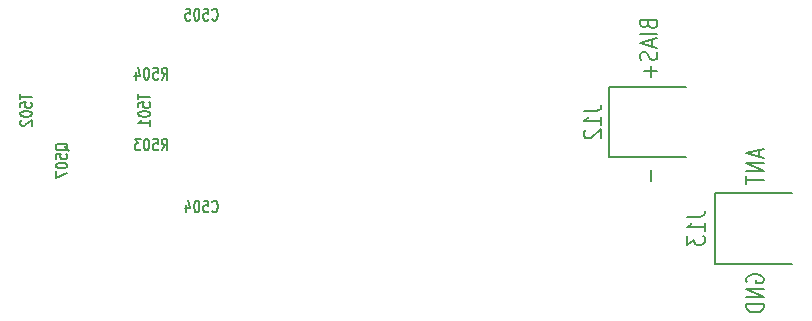
<source format=gbo>
G04 (created by PCBNEW (2013-mar-25)-stable) date Friday, August 07, 2015 11:50:23 AM*
%MOIN*%
G04 Gerber Fmt 3.4, Leading zero omitted, Abs format*
%FSLAX34Y34*%
G01*
G70*
G90*
G04 APERTURE LIST*
%ADD10C,0.006*%
%ADD11C,0.00787402*%
%ADD12C,0.00590551*%
G04 APERTURE END LIST*
G54D10*
G54D11*
X77966Y-29150D02*
X77966Y-29510D01*
X77882Y-24299D02*
X77910Y-24367D01*
X77938Y-24389D01*
X77994Y-24412D01*
X78079Y-24412D01*
X78135Y-24389D01*
X78163Y-24367D01*
X78191Y-24322D01*
X78191Y-24142D01*
X77601Y-24142D01*
X77601Y-24299D01*
X77629Y-24344D01*
X77657Y-24367D01*
X77713Y-24389D01*
X77769Y-24389D01*
X77826Y-24367D01*
X77854Y-24344D01*
X77882Y-24299D01*
X77882Y-24142D01*
X78191Y-24614D02*
X77601Y-24614D01*
X78023Y-24817D02*
X78023Y-25042D01*
X78191Y-24772D02*
X77601Y-24929D01*
X78191Y-25087D01*
X78163Y-25222D02*
X78191Y-25289D01*
X78191Y-25402D01*
X78163Y-25447D01*
X78135Y-25469D01*
X78079Y-25492D01*
X78023Y-25492D01*
X77966Y-25469D01*
X77938Y-25447D01*
X77910Y-25402D01*
X77882Y-25312D01*
X77854Y-25267D01*
X77826Y-25244D01*
X77769Y-25222D01*
X77713Y-25222D01*
X77657Y-25244D01*
X77629Y-25267D01*
X77601Y-25312D01*
X77601Y-25424D01*
X77629Y-25492D01*
X77966Y-25694D02*
X77966Y-26054D01*
X78191Y-25874D02*
X77741Y-25874D01*
X81172Y-32907D02*
X81144Y-32862D01*
X81144Y-32795D01*
X81172Y-32727D01*
X81228Y-32682D01*
X81285Y-32660D01*
X81397Y-32637D01*
X81482Y-32637D01*
X81594Y-32660D01*
X81650Y-32682D01*
X81706Y-32727D01*
X81735Y-32795D01*
X81735Y-32840D01*
X81706Y-32907D01*
X81678Y-32930D01*
X81482Y-32930D01*
X81482Y-32840D01*
X81735Y-33132D02*
X81144Y-33132D01*
X81735Y-33402D01*
X81144Y-33402D01*
X81735Y-33627D02*
X81144Y-33627D01*
X81144Y-33740D01*
X81172Y-33807D01*
X81228Y-33852D01*
X81285Y-33875D01*
X81397Y-33897D01*
X81482Y-33897D01*
X81594Y-33875D01*
X81650Y-33852D01*
X81706Y-33807D01*
X81735Y-33740D01*
X81735Y-33627D01*
X81566Y-28495D02*
X81566Y-28720D01*
X81735Y-28450D02*
X81144Y-28607D01*
X81735Y-28765D01*
X81735Y-28922D02*
X81144Y-28922D01*
X81735Y-29192D01*
X81144Y-29192D01*
X81144Y-29350D02*
X81144Y-29620D01*
X81735Y-29485D02*
X81144Y-29485D01*
X82677Y-29921D02*
X80118Y-29921D01*
X80118Y-29921D02*
X80118Y-32283D01*
X80118Y-32283D02*
X82677Y-32283D01*
X79133Y-26377D02*
X76574Y-26377D01*
X76574Y-26377D02*
X76574Y-28740D01*
X76574Y-28740D02*
X79133Y-28740D01*
X79176Y-30719D02*
X79597Y-30719D01*
X79682Y-30697D01*
X79738Y-30652D01*
X79766Y-30584D01*
X79766Y-30539D01*
X79766Y-31192D02*
X79766Y-30922D01*
X79766Y-31057D02*
X79176Y-31057D01*
X79260Y-31012D01*
X79316Y-30967D01*
X79344Y-30922D01*
X79176Y-31349D02*
X79176Y-31642D01*
X79401Y-31484D01*
X79401Y-31552D01*
X79429Y-31597D01*
X79457Y-31619D01*
X79513Y-31642D01*
X79654Y-31642D01*
X79710Y-31619D01*
X79738Y-31597D01*
X79766Y-31552D01*
X79766Y-31417D01*
X79738Y-31372D01*
X79710Y-31349D01*
X75731Y-27176D02*
X76152Y-27176D01*
X76237Y-27154D01*
X76293Y-27109D01*
X76321Y-27041D01*
X76321Y-26996D01*
X76321Y-27649D02*
X76321Y-27379D01*
X76321Y-27514D02*
X75731Y-27514D01*
X75815Y-27469D01*
X75871Y-27424D01*
X75899Y-27379D01*
X75787Y-27829D02*
X75759Y-27851D01*
X75731Y-27896D01*
X75731Y-28008D01*
X75759Y-28053D01*
X75787Y-28076D01*
X75843Y-28098D01*
X75899Y-28098D01*
X75984Y-28076D01*
X76321Y-27806D01*
X76321Y-28098D01*
G54D12*
X61671Y-28505D02*
X61776Y-28318D01*
X61851Y-28505D02*
X61851Y-28112D01*
X61731Y-28112D01*
X61701Y-28130D01*
X61686Y-28149D01*
X61671Y-28187D01*
X61671Y-28243D01*
X61686Y-28280D01*
X61701Y-28299D01*
X61731Y-28318D01*
X61851Y-28318D01*
X61386Y-28112D02*
X61536Y-28112D01*
X61551Y-28299D01*
X61536Y-28280D01*
X61506Y-28262D01*
X61431Y-28262D01*
X61401Y-28280D01*
X61386Y-28299D01*
X61371Y-28337D01*
X61371Y-28430D01*
X61386Y-28468D01*
X61401Y-28487D01*
X61431Y-28505D01*
X61506Y-28505D01*
X61536Y-28487D01*
X61551Y-28468D01*
X61176Y-28112D02*
X61146Y-28112D01*
X61116Y-28130D01*
X61101Y-28149D01*
X61086Y-28187D01*
X61071Y-28262D01*
X61071Y-28355D01*
X61086Y-28430D01*
X61101Y-28468D01*
X61116Y-28487D01*
X61146Y-28505D01*
X61176Y-28505D01*
X61206Y-28487D01*
X61221Y-28468D01*
X61236Y-28430D01*
X61251Y-28355D01*
X61251Y-28262D01*
X61236Y-28187D01*
X61221Y-28149D01*
X61206Y-28130D01*
X61176Y-28112D01*
X60966Y-28112D02*
X60771Y-28112D01*
X60876Y-28262D01*
X60831Y-28262D01*
X60801Y-28280D01*
X60786Y-28299D01*
X60771Y-28337D01*
X60771Y-28430D01*
X60786Y-28468D01*
X60801Y-28487D01*
X60831Y-28505D01*
X60921Y-28505D01*
X60951Y-28487D01*
X60966Y-28468D01*
X61671Y-26143D02*
X61776Y-25956D01*
X61851Y-26143D02*
X61851Y-25749D01*
X61731Y-25749D01*
X61701Y-25768D01*
X61686Y-25787D01*
X61671Y-25824D01*
X61671Y-25881D01*
X61686Y-25918D01*
X61701Y-25937D01*
X61731Y-25956D01*
X61851Y-25956D01*
X61386Y-25749D02*
X61536Y-25749D01*
X61551Y-25937D01*
X61536Y-25918D01*
X61506Y-25899D01*
X61431Y-25899D01*
X61401Y-25918D01*
X61386Y-25937D01*
X61371Y-25974D01*
X61371Y-26068D01*
X61386Y-26106D01*
X61401Y-26124D01*
X61431Y-26143D01*
X61506Y-26143D01*
X61536Y-26124D01*
X61551Y-26106D01*
X61176Y-25749D02*
X61146Y-25749D01*
X61116Y-25768D01*
X61101Y-25787D01*
X61086Y-25824D01*
X61071Y-25899D01*
X61071Y-25993D01*
X61086Y-26068D01*
X61101Y-26106D01*
X61116Y-26124D01*
X61146Y-26143D01*
X61176Y-26143D01*
X61206Y-26124D01*
X61221Y-26106D01*
X61236Y-26068D01*
X61251Y-25993D01*
X61251Y-25899D01*
X61236Y-25824D01*
X61221Y-25787D01*
X61206Y-25768D01*
X61176Y-25749D01*
X60801Y-25881D02*
X60801Y-26143D01*
X60876Y-25731D02*
X60951Y-26012D01*
X60756Y-26012D01*
X63344Y-24137D02*
X63359Y-24156D01*
X63404Y-24175D01*
X63434Y-24175D01*
X63479Y-24156D01*
X63509Y-24118D01*
X63524Y-24081D01*
X63539Y-24006D01*
X63539Y-23950D01*
X63524Y-23875D01*
X63509Y-23837D01*
X63479Y-23800D01*
X63434Y-23781D01*
X63404Y-23781D01*
X63359Y-23800D01*
X63344Y-23818D01*
X63059Y-23781D02*
X63209Y-23781D01*
X63224Y-23968D01*
X63209Y-23950D01*
X63179Y-23931D01*
X63104Y-23931D01*
X63074Y-23950D01*
X63059Y-23968D01*
X63044Y-24006D01*
X63044Y-24100D01*
X63059Y-24137D01*
X63074Y-24156D01*
X63104Y-24175D01*
X63179Y-24175D01*
X63209Y-24156D01*
X63224Y-24137D01*
X62849Y-23781D02*
X62819Y-23781D01*
X62789Y-23800D01*
X62774Y-23818D01*
X62759Y-23856D01*
X62744Y-23931D01*
X62744Y-24025D01*
X62759Y-24100D01*
X62774Y-24137D01*
X62789Y-24156D01*
X62819Y-24175D01*
X62849Y-24175D01*
X62879Y-24156D01*
X62894Y-24137D01*
X62909Y-24100D01*
X62924Y-24025D01*
X62924Y-23931D01*
X62909Y-23856D01*
X62894Y-23818D01*
X62879Y-23800D01*
X62849Y-23781D01*
X62459Y-23781D02*
X62609Y-23781D01*
X62624Y-23968D01*
X62609Y-23950D01*
X62579Y-23931D01*
X62504Y-23931D01*
X62474Y-23950D01*
X62459Y-23968D01*
X62444Y-24006D01*
X62444Y-24100D01*
X62459Y-24137D01*
X62474Y-24156D01*
X62504Y-24175D01*
X62579Y-24175D01*
X62609Y-24156D01*
X62624Y-24137D01*
X63344Y-30535D02*
X63359Y-30553D01*
X63404Y-30572D01*
X63434Y-30572D01*
X63479Y-30553D01*
X63509Y-30516D01*
X63524Y-30479D01*
X63539Y-30404D01*
X63539Y-30347D01*
X63524Y-30272D01*
X63509Y-30235D01*
X63479Y-30197D01*
X63434Y-30179D01*
X63404Y-30179D01*
X63359Y-30197D01*
X63344Y-30216D01*
X63059Y-30179D02*
X63209Y-30179D01*
X63224Y-30366D01*
X63209Y-30347D01*
X63179Y-30329D01*
X63104Y-30329D01*
X63074Y-30347D01*
X63059Y-30366D01*
X63044Y-30404D01*
X63044Y-30497D01*
X63059Y-30535D01*
X63074Y-30553D01*
X63104Y-30572D01*
X63179Y-30572D01*
X63209Y-30553D01*
X63224Y-30535D01*
X62849Y-30179D02*
X62819Y-30179D01*
X62789Y-30197D01*
X62774Y-30216D01*
X62759Y-30254D01*
X62744Y-30329D01*
X62744Y-30422D01*
X62759Y-30497D01*
X62774Y-30535D01*
X62789Y-30553D01*
X62819Y-30572D01*
X62849Y-30572D01*
X62879Y-30553D01*
X62894Y-30535D01*
X62909Y-30497D01*
X62924Y-30422D01*
X62924Y-30329D01*
X62909Y-30254D01*
X62894Y-30216D01*
X62879Y-30197D01*
X62849Y-30179D01*
X62474Y-30310D02*
X62474Y-30572D01*
X62549Y-30160D02*
X62624Y-30441D01*
X62429Y-30441D01*
X60887Y-26625D02*
X60887Y-26805D01*
X61281Y-26715D02*
X60887Y-26715D01*
X60887Y-27060D02*
X60887Y-26910D01*
X61075Y-26895D01*
X61056Y-26910D01*
X61037Y-26940D01*
X61037Y-27015D01*
X61056Y-27045D01*
X61075Y-27060D01*
X61112Y-27075D01*
X61206Y-27075D01*
X61243Y-27060D01*
X61262Y-27045D01*
X61281Y-27015D01*
X61281Y-26940D01*
X61262Y-26910D01*
X61243Y-26895D01*
X60887Y-27270D02*
X60887Y-27300D01*
X60906Y-27330D01*
X60925Y-27345D01*
X60962Y-27360D01*
X61037Y-27375D01*
X61131Y-27375D01*
X61206Y-27360D01*
X61243Y-27345D01*
X61262Y-27330D01*
X61281Y-27300D01*
X61281Y-27270D01*
X61262Y-27240D01*
X61243Y-27225D01*
X61206Y-27210D01*
X61131Y-27195D01*
X61037Y-27195D01*
X60962Y-27210D01*
X60925Y-27225D01*
X60906Y-27240D01*
X60887Y-27270D01*
X61281Y-27675D02*
X61281Y-27495D01*
X61281Y-27585D02*
X60887Y-27585D01*
X60943Y-27555D01*
X60981Y-27525D01*
X61000Y-27495D01*
X56950Y-26625D02*
X56950Y-26805D01*
X57344Y-26715D02*
X56950Y-26715D01*
X56950Y-27060D02*
X56950Y-26910D01*
X57138Y-26895D01*
X57119Y-26910D01*
X57100Y-26940D01*
X57100Y-27015D01*
X57119Y-27045D01*
X57138Y-27060D01*
X57175Y-27075D01*
X57269Y-27075D01*
X57306Y-27060D01*
X57325Y-27045D01*
X57344Y-27015D01*
X57344Y-26940D01*
X57325Y-26910D01*
X57306Y-26895D01*
X56950Y-27270D02*
X56950Y-27300D01*
X56969Y-27330D01*
X56988Y-27345D01*
X57025Y-27360D01*
X57100Y-27375D01*
X57194Y-27375D01*
X57269Y-27360D01*
X57306Y-27345D01*
X57325Y-27330D01*
X57344Y-27300D01*
X57344Y-27270D01*
X57325Y-27240D01*
X57306Y-27225D01*
X57269Y-27210D01*
X57194Y-27195D01*
X57100Y-27195D01*
X57025Y-27210D01*
X56988Y-27225D01*
X56969Y-27240D01*
X56950Y-27270D01*
X56988Y-27495D02*
X56969Y-27510D01*
X56950Y-27540D01*
X56950Y-27615D01*
X56969Y-27645D01*
X56988Y-27660D01*
X57025Y-27675D01*
X57063Y-27675D01*
X57119Y-27660D01*
X57344Y-27480D01*
X57344Y-27675D01*
X58562Y-28508D02*
X58544Y-28478D01*
X58506Y-28448D01*
X58450Y-28403D01*
X58431Y-28373D01*
X58431Y-28343D01*
X58525Y-28358D02*
X58506Y-28328D01*
X58469Y-28298D01*
X58394Y-28283D01*
X58263Y-28283D01*
X58188Y-28298D01*
X58150Y-28328D01*
X58131Y-28358D01*
X58131Y-28418D01*
X58150Y-28448D01*
X58188Y-28478D01*
X58263Y-28493D01*
X58394Y-28493D01*
X58469Y-28478D01*
X58506Y-28448D01*
X58525Y-28418D01*
X58525Y-28358D01*
X58131Y-28778D02*
X58131Y-28628D01*
X58319Y-28613D01*
X58300Y-28628D01*
X58281Y-28658D01*
X58281Y-28733D01*
X58300Y-28763D01*
X58319Y-28778D01*
X58356Y-28793D01*
X58450Y-28793D01*
X58488Y-28778D01*
X58506Y-28763D01*
X58525Y-28733D01*
X58525Y-28658D01*
X58506Y-28628D01*
X58488Y-28613D01*
X58131Y-28988D02*
X58131Y-29018D01*
X58150Y-29048D01*
X58169Y-29063D01*
X58206Y-29078D01*
X58281Y-29093D01*
X58375Y-29093D01*
X58450Y-29078D01*
X58488Y-29063D01*
X58506Y-29048D01*
X58525Y-29018D01*
X58525Y-28988D01*
X58506Y-28958D01*
X58488Y-28943D01*
X58450Y-28928D01*
X58375Y-28913D01*
X58281Y-28913D01*
X58206Y-28928D01*
X58169Y-28943D01*
X58150Y-28958D01*
X58131Y-28988D01*
X58131Y-29198D02*
X58131Y-29408D01*
X58525Y-29273D01*
M02*

</source>
